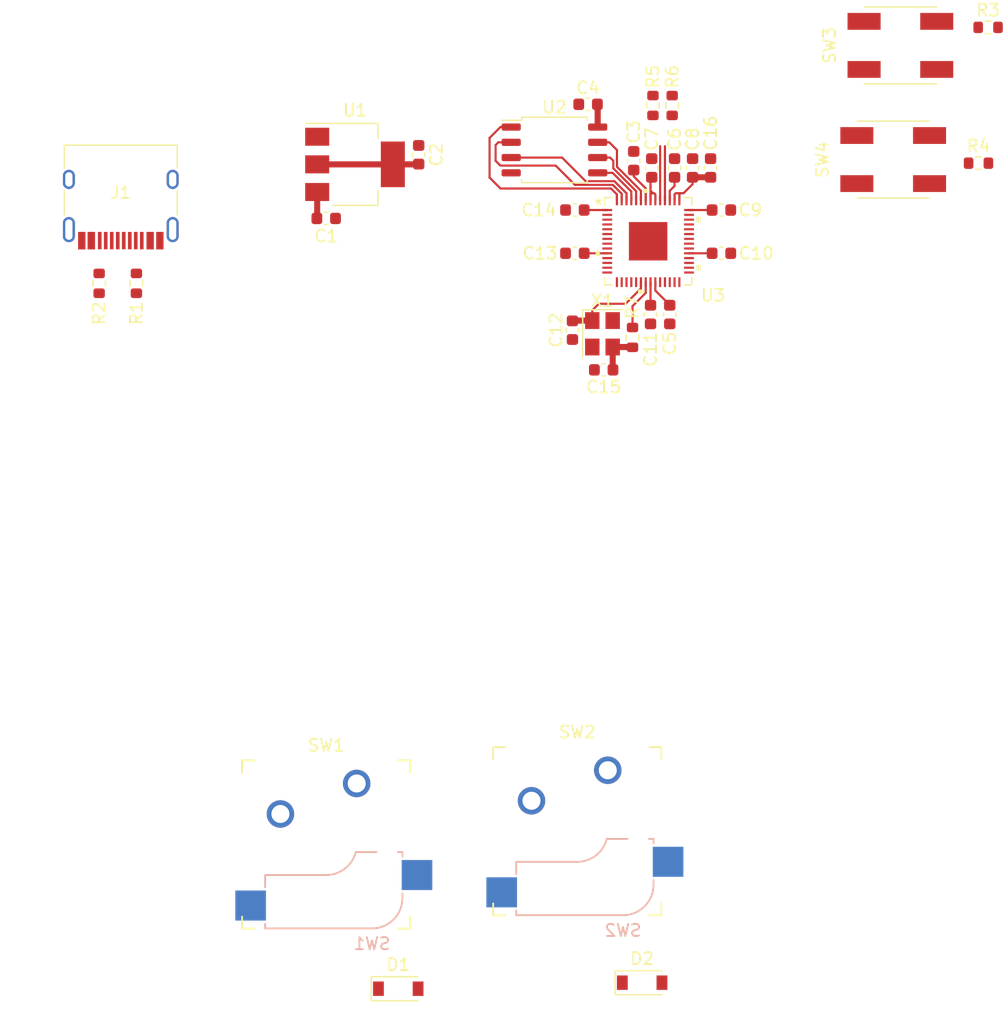
<source format=kicad_pcb>
(kicad_pcb (version 20211014) (generator pcbnew)
  (layers (0 "F.Cu" signal) (31 "B.Cu" signal) (34 "B.Paste" user) (35 "F.Paste" user) (36 "B.SilkS" user "B.Silkscreen") (37 "F.SilkS" user "F.Silkscreen") (38 "B.Mask" user) (39 "F.Mask" user) (44 "Edge.Cuts" user))
  (net 0 "")
  (net 1 "+5V")
  (net 2 "GND")
  (net 3 "+3V3")
  (net 4 "+1V1")
  (net 5 "/XIN")
  (net 6 "Net-(C15-Pad1)")
  (net 7 "/ROW1")
  (net 8 "Net-(D1-Pad2)")
  (net 9 "Net-(D2-Pad2)")
  (net 10 "Net-(J1-PadA5)")
  (net 11 "/USB_DP")
  (net 13 "Net-(J1-PadB5)")
  (net 16 "/QSPI_SS")
  (net 17 "Net-(R3-Pad2)")
  (net 18 "Net-(R4-Pad2)")
  (net 19 "Net-(R5-Pad1)")
  (net 20 "Net-(R6-Pad1)")
  (net 21 "/XOUT")
  (net 22 "/COL1")
  (net 23 "/COL2")
  (net 24 "/QSPI_SD1")
  (net 25 "/QSPI_SD2")
  (net 26 "/QSPI_SD0")
  (net 27 "/QSPI_SD3")
  (net 60 "/QSPI_SCLK")
  (net 61 "/USB_DN")
  (footprint "Capacitor_SMD:C_0603_1608Metric" (layer "F.Cu") (at 115.9 36.8)
    (fp_text reference "C10" (at 2.9 0) (layer "F.SilkS"))
    (fp_text value "100n")
    (fp_line (start -0.14058 -0.51) (end 0.14058 -0.51) (layer "F.SilkS") (width 0.12))
    (fp_line (start -0.14058 0.51) (end 0.14058 0.51) (layer "F.SilkS") (width 0.12))
    (pad "1" smd roundrect (at -0.775 0) (size 0.9 0.95) (layers "F.Cu" "F.Paste" "F.Mask") (net 3 "+3V3"))
    (pad "2" smd roundrect (at 0.775 0) (size 0.9 0.95) (layers "F.Cu" "F.Paste" "F.Mask") (net 2 "GND"))
  )
  (footprint "Capacitor_SMD:C_0603_1608Metric" (layer "F.Cu") (at 111.6 41.9 -90)
    (fp_text reference "C5" (at 2.4 0 90) (layer "F.SilkS"))
    (fp_text value "100n")
    (fp_line (start -0.14058 0.51) (end 0.14058 0.51) (layer "F.SilkS") (width 0.12))
    (fp_line (start -0.14058 -0.51) (end 0.14058 -0.51) (layer "F.SilkS") (width 0.12))
    (pad "1" smd roundrect (at -0.775 0 270) (size 0.9 0.95) (layers "F.Cu" "F.Paste" "F.Mask") (net 4 "+1V1"))
    (pad "2" smd roundrect (at 0.775 0 270) (size 0.9 0.95) (layers "F.Cu" "F.Paste" "F.Mask") (net 2 "GND"))
  )
  (footprint "Resistor_SMD:R_0603_1608Metric" (layer "F.Cu") (at 64.1 39.3 -90)
    (fp_text reference "R2" (at 2.5 0 90) (layer "F.SilkS"))
    (fp_text value "5k1")
    (fp_line (start -0.237258 0.5225) (end 0.237258 0.5225) (layer "F.SilkS") (width 0.12))
    (fp_line (start -0.237258 -0.5225) (end 0.237258 -0.5225) (layer "F.SilkS") (width 0.12))
    (pad "1" smd roundrect (at -0.825 0 270) (size 0.8 0.95) (layers "F.Cu" "F.Paste" "F.Mask") (net 13 "Net-(J1-PadB5)"))
    (pad "2" smd roundrect (at 0.825 0 270) (size 0.8 0.95) (layers "F.Cu" "F.Paste" "F.Mask") (net 2 "GND"))
  )
  (footprint "Capacitor_SMD:C_0603_1608Metric" (layer "F.Cu") (at 90.7 28.6 90)
    (fp_text reference "C2" (at 0 1.47 90) (layer "F.SilkS"))
    (fp_text value "10u")
    (fp_line (start -0.14058 0.51) (end 0.14058 0.51) (layer "F.SilkS") (width 0.12))
    (fp_line (start -0.14058 -0.51) (end 0.14058 -0.51) (layer "F.SilkS") (width 0.12))
    (pad "1" smd roundrect (at -0.775 0 90) (size 0.9 0.95) (layers "F.Cu" "F.Paste" "F.Mask") (net 3 "+3V3"))
    (pad "2" smd roundrect (at 0.775 0 90) (size 0.9 0.95) (layers "F.Cu" "F.Paste" "F.Mask") (net 2 "GND"))
  )
  (footprint "Resistor_SMD:R_0603_1608Metric" (layer "F.Cu") (at 111.8 24.5 90)
    (fp_text reference "R6" (at 2.4 0 90) (layer "F.SilkS"))
    (fp_text value "27")
    (fp_line (start -0.237258 0.5225) (end 0.237258 0.5225) (layer "F.SilkS") (width 0.12))
    (fp_line (start -0.237258 -0.5225) (end 0.237258 -0.5225) (layer "F.SilkS") (width 0.12))
    (pad "1" smd roundrect (at -0.825 0 90) (size 0.8 0.95) (layers "F.Cu" "F.Paste" "F.Mask") (net 20 "Net-(R6-Pad1)"))
    (pad "2" smd roundrect (at 0.825 0 90) (size 0.8 0.95) (layers "F.Cu" "F.Paste" "F.Mask") (net 61 "/USB_DN"))
  )
  (footprint "Capacitor_SMD:C_0603_1608Metric" (layer "F.Cu") (at 115 29.7 90)
    (fp_text reference "C16" (at 2.9 0 90) (layer "F.SilkS"))
    (fp_text value "100n")
    (fp_line (start -0.14058 -0.51) (end 0.14058 -0.51) (layer "F.SilkS") (width 0.12))
    (fp_line (start -0.14058 0.51) (end 0.14058 0.51) (layer "F.SilkS") (width 0.12))
    (pad "1" smd roundrect (at -0.775 0 90) (size 0.9 0.95) (layers "F.Cu" "F.Paste" "F.Mask") (net 3 "+3V3"))
    (pad "2" smd roundrect (at 0.775 0 90) (size 0.9 0.95) (layers "F.Cu" "F.Paste" "F.Mask") (net 2 "GND"))
  )
  (footprint "Package_SO:SOIC-8_5.23x5.23mm_P1.27mm" (layer "F.Cu") (at 102 28.2)
    (fp_text reference "U2" (at 0 -3.56) (layer "F.SilkS"))
    (fp_text value "W25Q128JVS")
    (fp_line (start -2.725 2.725) (end -2.725 2.465) (layer "F.SilkS") (width 0.12))
    (fp_line (start -2.725 -2.725) (end -2.725 -2.465) (layer "F.SilkS") (width 0.12))
    (fp_line (start 2.725 -2.725) (end 2.725 -2.465) (layer "F.SilkS") (width 0.12))
    (fp_line (start 0 2.725) (end 2.725 2.725) (layer "F.SilkS") (width 0.12))
    (fp_line (start 0 -2.725) (end -2.725 -2.725) (layer "F.SilkS") (width 0.12))
    (fp_line (start 0 -2.725) (end 2.725 -2.725) (layer "F.SilkS") (width 0.12))
    (fp_line (start 2.725 2.725) (end 2.725 2.465) (layer "F.SilkS") (width 0.12))
    (fp_line (start 0 2.725) (end -2.725 2.725) (layer "F.SilkS") (width 0.12))
    (fp_line (start -2.725 -2.465) (end -4.4 -2.465) (layer "F.SilkS") (width 0.12))
    (pad "1" smd roundrect (at -3.6 -1.905) (size 1.6 0.6) (layers "F.Cu" "F.Paste" "F.Mask") (net 16 "/QSPI_SS"))
    (pad "2" smd roundrect (at -3.6 -0.635) (size 1.6 0.6) (layers "F.Cu" "F.Paste" "F.Mask") (net 24 "/QSPI_SD1"))
    (pad "3" smd roundrect (at -3.6 0.635) (size 1.6 0.6) (layers "F.Cu" "F.Paste" "F.Mask") (net 25 "/QSPI_SD2"))
    (pad "4" smd roundrect (at -3.6 1.905) (size 1.6 0.6) (layers "F.Cu" "F.Paste" "F.Mask") (net 2 "GND"))
    (pad "5" smd roundrect (at 3.6 1.905) (size 1.6 0.6) (layers "F.Cu" "F.Paste" "F.Mask") (net 26 "/QSPI_SD0"))
    (pad "6" smd roundrect (at 3.6 0.635) (size 1.6 0.6) (layers "F.Cu" "F.Paste" "F.Mask") (net 60 "/QSPI_SCLK"))
    (pad "7" smd roundrect (at 3.6 -0.635) (size 1.6 0.6) (layers "F.Cu" "F.Paste" "F.Mask") (net 27 "/QSPI_SD3"))
    (pad "8" smd roundrect (at 3.6 -1.905) (size 1.6 0.6) (layers "F.Cu" "F.Paste" "F.Mask") (net 3 "+3V3"))
  )
  (footprint "Resistor_SMD:R_0603_1608Metric" (layer "F.Cu") (at 108.5 43.8 90)
    (fp_text reference "R7" (at 2.5 -0.03 90) (layer "F.SilkS"))
    (fp_text value "1k")
    (fp_line (start -0.237258 0.5225) (end 0.237258 0.5225) (layer "F.SilkS") (width 0.12))
    (fp_line (start -0.237258 -0.5225) (end 0.237258 -0.5225) (layer "F.SilkS") (width 0.12))
    (pad "1" smd roundrect (at -0.825 0 90) (size 0.8 0.95) (layers "F.Cu" "F.Paste" "F.Mask") (net 6 "Net-(C15-Pad1)"))
    (pad "2" smd roundrect (at 0.825 0 90) (size 0.8 0.95) (layers "F.Cu" "F.Paste" "F.Mask") (net 21 "/XOUT"))
  )
  (footprint "keyswitches:Kailh_socket_MX_optional" (layer "F.Cu") (at 83 86)
    (fp_text reference "SW1" (at 0 -8.255) (layer "F.SilkS"))
    (fp_text value "SW_SPST")
    (fp_text user "${REFERENCE}" (at 3.81 8.255) (layer "B.SilkS") (effects (justify mirror)))
    (fp_line (start 4.191 0.635) (end 2.54 0.635) (layer "B.SilkS") (width 0.15))
    (fp_line (start -5.08 6.985) (end 3.81 6.985) (layer "B.SilkS") (width 0.15))
    (fp_line (start 6.35 4.445) (end 6.35 4.064) (layer "B.SilkS") (width 0.15))
    (fp_line (start 0 2.54) (end -5.08 2.54) (layer "B.SilkS") (width 0.15))
    (fp_line (start -5.08 6.604) (end -5.08 6.985) (layer "B.SilkS") (width 0.15))
    (fp_line (start -5.08 2.54) (end -5.08 3.556) (layer "B.SilkS") (width 0.15))
    (fp_line (start 6.35 0.635) (end 5.969 0.635) (layer "B.SilkS") (width 0.15))
    (fp_line (start 6.35 1.016) (end 6.35 0.635) (layer "B.SilkS") (width 0.15))
    (fp_arc (start 2.464162 0.61604) (mid 1.563147 2.002042) (end 0 2.54) (layer "B.SilkS") (width 0.15))
    (fp_arc (start 6.35 4.445) (mid 5.606051 6.241051) (end 3.81 6.985) (layer "B.SilkS") (width 0.15))
    (fp_line (start -7 7) (end -7 6) (layer "F.SilkS") (width 0.15))
    (fp_line (start -7 7) (end -6 7) (layer "F.SilkS") (width 0.15))
    (fp_line (start 6 7) (end 7 7) (layer "F.SilkS") (width 0.15))
    (fp_line (start -6 -7) (end -7 -7) (layer "F.SilkS") (width 0.15))
    (fp_line (start 7 -7) (end 6 -7) (layer "F.SilkS") (width 0.15))
    (fp_line (start 7 -7) (end 7 -6) (layer "F.SilkS") (width 0.15))
    (fp_line (start -7 -6) (end -7 -7) (layer "F.SilkS") (width 0.15))
    (fp_line (start 7 6) (end 7 7) (layer "F.SilkS") (width 0.15))
    (pad "" np_thru_hole circle locked (at 0 0) (size 3.9878 3.9878) (drill 3.9878) (layers *.Cu *.Mask))
    (pad "" np_thru_hole circle locked (at 3.81 2.54) (size 3 3) (drill 3) (layers *.Cu *.Mask))
    (pad "" np_thru_hole circle locked (at 5.08 0) (size 1.7018 1.7018) (drill 1.7018) (layers *.Cu *.Mask))
    (pad "" np_thru_hole circle locked (at -2.54 5.08) (size 3 3) (drill 3) (layers *.Cu *.Mask))
    (pad "" np_thru_hole circle locked (at -5.08 0) (size 1.7018 1.7018) (drill 1.7018) (layers *.Cu *.Mask))
    (pad "1" thru_hole circle locked (at 2.54 -5.08) (size 2.286 2.286) (drill 1.4986) (layers *.Cu *.Mask) (net 22 "/COL1"))
    (pad "1" smd rect locked (at -6.29 5.08) (size 2.55 2.5) (layers "B.Cu" "B.Paste" "B.Mask") (net 22 "/COL1"))
    (pad "2" thru_hole circle locked (at -3.81 -2.54) (size 2.286 2.286) (drill 1.4986) (layers *.Cu *.Mask) (net 8 "Net-(D1-Pad2)"))
    (pad "2" smd rect locked (at 7.56 2.54) (size 2.55 2.5) (layers "B.Cu" "B.Paste" "B.Mask") (net 8 "Net-(D1-Pad2)"))
  )
  (footprint "Capacitor_SMD:C_0603_1608Metric" (layer "F.Cu") (at 110.1 29.7 90)
    (fp_text reference "C7" (at 2.4 0 90) (layer "F.SilkS"))
    (fp_text value "100n")
    (fp_line (start -0.14058 0.51) (end 0.14058 0.51) (layer "F.SilkS") (width 0.12))
    (fp_line (start -0.14058 -0.51) (end 0.14058 -0.51) (layer "F.SilkS") (width 0.12))
    (pad "1" smd roundrect (at -0.775 0 90) (size 0.9 0.95) (layers "F.Cu" "F.Paste" "F.Mask") (net 3 "+3V3"))
    (pad "2" smd roundrect (at 0.775 0 90) (size 0.9 0.95) (layers "F.Cu" "F.Paste" "F.Mask") (net 2 "GND"))
  )
  (footprint "TwoKey:DTSL-61N-V" (layer "F.Cu") (at 130.8 19.5)
    (fp_text reference "SW3" (at -5.9 0 90) (layer "F.SilkS"))
    (fp_text value "BOOTSEL")
    (fp_line (start -3 -3.2) (end 3 -3.2) (layer "F.SilkS") (width 0.12))
    (fp_line (start 3 3.2) (end -3 3.2) (layer "F.SilkS") (width 0.12))
    (pad "1" smd rect (at -3.025 -2) (size 2.75 1.4) (layers "F.Cu" "F.Paste" "F.Mask") (net 17 "Net-(R3-Pad2)"))
    (pad "2" smd rect (at 3.025 -2) (size 2.75 1.4) (layers "F.Cu" "F.Paste" "F.Mask") (net 17 "Net-(R3-Pad2)"))
    (pad "3" smd rect (at -3.025 2) (size 2.75 1.4) (layers "F.Cu" "F.Paste" "F.Mask") (net 2 "GND"))
    (pad "4" smd rect (at 3.025 2) (size 2.75 1.4) (layers "F.Cu" "F.Paste" "F.Mask") (net 2 "GND"))
  )
  (footprint "Resistor_SMD:R_0603_1608Metric" (layer "F.Cu") (at 67.2 39.3 -90)
    (fp_text reference "R1" (at 2.5 0 90) (layer "F.SilkS"))
    (fp_text value "5k1")
    (fp_line (start -0.237258 0.5225) (end 0.237258 0.5225) (layer "F.SilkS") (width 0.12))
    (fp_line (start -0.237258 -0.5225) (end 0.237258 -0.5225) (layer "F.SilkS") (width 0.12))
    (pad "1" smd roundrect (at -0.825 0 270) (size 0.8 0.95) (layers "F.Cu" "F.Paste" "F.Mask") (net 10 "Net-(J1-PadA5)"))
    (pad "2" smd roundrect (at 0.825 0 270) (size 0.8 0.95) (layers "F.Cu" "F.Paste" "F.Mask") (net 2 "GND"))
  )
  (footprint "TwoKey:DTSL-61N-V" (layer "F.Cu") (at 130.2 29)
    (fp_text reference "SW4" (at -5.9 0 90) (layer "F.SilkS"))
    (fp_text value "RESET")
    (fp_line (start 3 3.2) (end -3 3.2) (layer "F.SilkS") (width 0.12))
    (fp_line (start -3 -3.2) (end 3 -3.2) (layer "F.SilkS") (width 0.12))
    (pad "1" smd rect (at -3.025 -2) (size 2.75 1.4) (layers "F.Cu" "F.Paste" "F.Mask") (net 18 "Net-(R4-Pad2)"))
    (pad "2" smd rect (at 3.025 -2) (size 2.75 1.4) (layers "F.Cu" "F.Paste" "F.Mask") (net 18 "Net-(R4-Pad2)"))
    (pad "3" smd rect (at -3.025 2) (size 2.75 1.4) (layers "F.Cu" "F.Paste" "F.Mask") (net 2 "GND"))
    (pad "4" smd rect (at 3.025 2) (size 2.75 1.4) (layers "F.Cu" "F.Paste" "F.Mask") (net 2 "GND"))
  )
  (footprint "TwoKey:RP2040TR7" (layer "F.Cu") (at 109.8 35.8)
    (fp_text reference "U3" (at 5.4 4.5) (layer "F.SilkS"))
    (fp_text value "RP2040TR7")
    (fp_text user "*" (at -4.145 -3.00035) (layer "F.SilkS"))
    (fp_line (start -3.6322 3.021965) (end -3.6322 3.6322) (layer "F.SilkS") (width 0.12))
    (fp_line (start 3.6322 3.6322) (end 3.6322 3.021965) (layer "F.SilkS") (width 0.12))
    (fp_line (start -3.6322 -3.6322) (end -3.6322 -3.021965) (layer "F.SilkS") (width 0.12))
    (fp_line (start 3.6322 -3.6322) (end 3.021965 -3.6322) (layer "F.SilkS") (width 0.12))
    (fp_line (start -3.021965 -3.6322) (end -3.6322 -3.6322) (layer "F.SilkS") (width 0.12))
    (fp_line (start -3.6322 3.6322) (end -3.021965 3.6322) (layer "F.SilkS") (width 0.12))
    (fp_line (start 3.6322 -3.021965) (end 3.6322 -3.6322) (layer "F.SilkS") (width 0.12))
    (fp_line (start 3.021965 3.6322) (end 3.6322 3.6322) (layer "F.SilkS") (width 0.12))
    (fp_poly (pts (xy 4.318 -1.990725) (xy 4.318 -1.609725) (xy 4.064 -1.609725) (xy 4.064 -1.990725)) (layer "F.SilkS") (width 0.1) (fill solid))
    (fp_poly (pts (xy -0.790575 4.064) (xy -0.790575 4.318) (xy -0.409575 4.318) (xy -0.409575 4.064)) (layer "F.SilkS") (width 0.1) (fill solid))
    (fp_poly (pts (xy -0.390525 -4.064) (xy -0.390525 -4.318) (xy -0.009525 -4.318) (xy -0.009525 -4.064)) (layer "F.SilkS") (width 0.1) (fill solid))
    (fp_poly (pts (xy 4.318 2.009775) (xy 4.318 2.390775) (xy 4.064 2.390775) (xy 4.064 2.009775)) (layer "F.SilkS") (width 0.1) (fill solid))
    (fp_poly (pts (xy -4.318 0.809625) (xy -4.318 1.190625) (xy -4.064 1.190625) (xy -4.064 0.809625)) (layer "F.SilkS") (width 0.1) (fill solid))
    (pad "1" smd rect (at -3.4036 -2.600325 90) (size 0.1778 0.8128) (layers "F.Cu" "F.Paste" "F.Mask") (net 3 "+3V3"))
    (pad "2" smd rect (at -3.4036 -2.200275 90) (size 0.1778 0.8128) (layers "F.Cu" "F.Paste" "F.Mask"))
    (pad "3" smd rect (at -3.4036 -1.800225 90) (size 0.1778 0.8128) (layers "F.Cu" "F.Paste" "F.Mask"))
    (pad "4" smd rect (at -3.4036 -1.400175 90) (size 0.1778 0.8128) (layers "F.Cu" "F.Paste" "F.Mask"))
    (pad "5" smd rect (at -3.4036 -1.000125 90) (size 0.1778 0.8128) (layers "F.Cu" "F.Paste" "F.Mask"))
    (pad "6" smd rect (at -3.4036 -0.600075 90) (size 0.1778 0.8128) (layers "F.Cu" "F.Paste" "F.Mask"))
    (pad "7" smd rect (at -3.4036 -0.200025 90) (size 0.1778 0.8128) (layers "F.Cu" "F.Paste" "F.Mask"))
    (pad "8" smd rect (at -3.4036 0.200025 90) (size 0.1778 0.8128) (layers "F.Cu" "F.Paste" "F.Mask"))
    (pad "9" smd rect (at -3.4036 0.600075 90) (size 0.1778 0.8128) (layers "F.Cu" "F.Paste" "F.Mask"))
    (pad "10" smd rect (at -3.4036 1.000125 90) (size 0.1778 0.8128) (layers "F.Cu" "F.Paste" "F.Mask") (net 3 "+3V3"))
    (pad "11" smd rect (at -3.4036 1.400175 90) (size 0.1778 0.8128) (layers "F.Cu" "F.Paste" "F.Mask"))
    (pad "12" smd rect (at -3.4036 1.800225 90) (size 0.1778 0.8128) (layers "F.Cu" "F.Paste" "F.Mask"))
    (pad "13" smd rect (at -3.4036 2.200275 90) (size 0.1778 0.8128) (layers "F.Cu" "F.Paste" "F.Mask"))
    (pad "14" smd rect (at -3.4036 2.600325 90) (size 0.1778 0.8128) (layers "F.Cu" "F.Paste" "F.Mask"))
    (pad "15" smd rect (at -2.600325 3.4036) (size 0.1778 0.8128) (layers "F.Cu" "F.Paste" "F.Mask"))
    (pad "16" smd rect (at -2.200275 3.4036) (size 0.1778 0.8128) (layers "F.Cu" "F.Paste" "F.Mask"))
    (pad "17" smd rect (at -1.800225 3.4036) (size 0.1778 0.8128) (layers "F.Cu" "F.Paste" "F.Mask"))
    (pad "18" smd rect (at -1.400175 3.4036) (size 0.1778 0.8128) (layers "F.Cu" "F.Paste" "F.Mask"))
    (pad "19" smd rect (at -1.000125 3.4036) (size 0.1778 0.8128) (layers "F.Cu" "F.Paste" "F.Mask") (net 2 "GND"))
    (pad "20" smd rect (at -0.600075 3.4036) (size 0.1778 0.8128) (layers "F.Cu" "F.Paste" "F.Mask") (net 5 "/XIN"))
    (pad "21" smd rect (at -0.200025 3.4036) (size 0.1778 0.8128) (layers "F.Cu" "F.Paste" "F.Mask") (net 21 "/XOUT"))
    (pad "22" smd rect (at 0.200025 3.4036) (size 0.1778 0.8128) (layers "F.Cu" "F.Paste" "F.Mask") (net 3 "+3V3"))
    (pad "23" smd rect (at 0.600075 3.4036) (size 0.1778 0.8128) (layers "F.Cu" "F.Paste" "F.Mask") (net 4 "+1V1"))
    (pad "24" smd rect (at 1.000125 3.4036) (size 0.1778 0.8128) (layers "F.Cu" "F.Paste" "F.Mask"))
    (pad "25" smd rect (at 1.400175 3.4036) (size 0.1778 0.8128) (layers "F.Cu" "F.Paste" "F.Mask"))
    (pad "26" smd rect (at 1.800225 3.4036) (size 0.1778 0.8128) (layers "F.Cu" "F.Paste" "F.Mask") (net 18 "Net-(R4-Pad2)"))
    (pad "27" smd rect (at 2.200275 3.4036) (size 0.1778 0.8128) (layers "F.Cu" "F.Paste" "F.Mask"))
    (pad "28" smd rect (at 2.600325 3.4036) (size 0.1778 0.8128) (layers "F.Cu" "F.Paste" "F.Mask"))
    (pad "29" smd rect (at 3.4036 2.600325 90) (size 0.1778 0.8128) (layers "F.Cu" "F.Paste" "F.Mask"))
    (pad "30" smd rect (at 3.4036 2.200275 90) (size 0.1778 0.8128) (layers "F.Cu" "F.Paste" "F.Mask"))
    (pad "31" smd rect (at 3.4036 1.800225 90) (size 0.1778 0.8128) (layers "F.Cu" "F.Paste" "F.Mask"))
    (pad "32" smd rect (at 3.4036 1.400175 90) (size 0.1778 0.8128) (layers "F.Cu" "F.Paste" "F.Mask"))
    (pad "33" smd rect (at 3.4036 1.000125 90) (size 0.1778 0.8128) (layers "F.Cu" "F.Paste" "F.Mask") (net 3 "+3V3"))
    (pad "34" smd rect (at 3.4036 0.600075 90) (size 0.1778 0.8128) (layers "F.Cu" "F.Paste" "F.Mask"))
    (pad "35" smd rect (at 3.4036 0.200025 90) (size 0.1778 0.8128) (layers "F.Cu" "F.Paste" "F.Mask"))
    (pad "36" smd rect (at 3.4036 -0.200025 90) (size 0.1778 0.8128) (layers "F.Cu" "F.Paste" "F.Mask"))
    (pad "37" smd rect (at 3.4036 -0.600075 90) (size 0.1778 0.8128) (layers "F.Cu" "F.Paste" "F.Mask"))
    (pad "38" smd rect (at 3.4036 -1.000125 90) (size 0.1778 0.8128) (layers "F.Cu" "F.Paste" "F.Mask"))
    (pad "39" smd rect (at 3.4036 -1.400175 90) (size 0.1778 0.8128) (layers "F.Cu" "F.Paste" "F.Mask"))
    (pad "40" smd rect (at 3.4036 -1.800225 90) (size 0.1778 0.8128) (layers "F.Cu" "F.Paste" "F.Mask"))
    (pad "41" smd rect (at 3.4036 -2.200275 90) (size 0.1778 0.8128) (layers "F.Cu" "F.Paste" "F.Mask"))
    (pad "42" smd rect (at 3.4036 -2.600325 90) (size 0.1778 0.8128) (layers "F.Cu" "F.Paste" "F.Mask") (net 3 "+3V3"))
    (pad "43" smd rect (at 2.600325 -3.4036) (size 0.1778 0.8128) (layers "F.Cu" "F.Paste" "F.Mask") (net 3 "+3V3"))
    (pad "44" smd rect (at 2.200275 -3.4036) (size 0.1778 0.8128) (layers "F.Cu" "F.Paste" "F.Mask") (net 3 "+3V3"))
    (pad "45" smd rect (at 1.800225 -3.4036) (size 0.1778 0.8128) (layers "F.Cu" "F.Paste" "F.Mask") (net 4 "+1V1"))
    (pad "46" smd rect (at 1.400175 -3.4036) (size 0.1778 0.8128) (layers "F.Cu" "F.Paste" "F.Mask") (net 20 "Net-(R6-Pad1)"))
    (pad "47" smd rect (at 1.000125 -3.4036) (size 0.1778 0.8128) (layers "F.Cu" "F.Paste" "F.Mask") (net 19 "Net-(R5-Pad1)"))
    (pad "48" smd rect (at 0.600075 -3.4036) (size 0.1778 0.8128) (layers "F.Cu" "F.Paste" "F.Mask") (net 3 "+3V3"))
    (pad "49" smd rect (at 0.200025 -3.4036) (size 0.1778 0.8128) (layers "F.Cu" "F.Paste" "F.Mask") (net 3 "+3V3"))
    (pad "50" smd rect (at -0.200025 -3.4036) (size 0.1778 0.8128) (layers "F.Cu" "F.Paste" "F.Mask") (net 4 "+1V1"))
    (pad "51" smd rect (at -0.600075 -3.4036) (size 0.1778 0.8128) (layers "F.Cu" "F.Paste" "F.Mask") (net 27 "/QSPI_SD3"))
    (pad "52" smd rect (at -1.000125 -3.4036) (size 0.1778 0.8128) (layers "F.Cu" "F.Paste" "F.Mask") (net 60 "/QSPI_SCLK"))
    (pad "53" smd rect (at -1.400175 -3.4036) (size 0.1778 0.8128) (layers "F.Cu" "F.Paste" "F.Mask") (net 26 "/QSPI_SD0"))
    (pad "54" smd rect (at -1.800225 -3.4036) (size 0.1778 0.8128) (layers "F.Cu" "F.Paste" "F.Mask") (net 25 "/QSPI_SD2"))
    (pad "55" smd rect (at -2.200275 -3.4036) (size 0.1778 0.8128) (layers "F.Cu" "F.Paste" "F.Mask") (net 24 "/QSPI_SD1"))
    (pad "56" smd rect (at -2.600325 -3.4036) (size 0.1778 0.8128) (layers "F.Cu" "F.Paste" "F.Mask") (net 16 "/QSPI_SS"))
    (pad "57" smd rect (at 0 0) (size 3.2004 3.2004) (layers "F.Cu" "F.Mask") (net 2 "GND"))
  )
  (footprint "Capacitor_SMD:C_0603_1608Metric" (layer "F.Cu") (at 103.7 36.8 180)
    (fp_text reference "C13" (at 2.9 0) (layer "F.SilkS"))
    (fp_text value "100n")
    (fp_line (start -0.14058 -0.51) (end 0.14058 -0.51) (layer "F.SilkS") (width 0.12))
    (fp_line (start -0.14058 0.51) (end 0.14058 0.51) (layer "F.SilkS") (width 0.12))
    (pad "1" smd roundrect (at -0.775 0 180) (size 0.9 0.95) (layers "F.Cu" "F.Paste" "F.Mask") (net 3 "+3V3"))
    (pad "2" smd roundrect (at 0.775 0 180) (size 0.9 0.95) (layers "F.Cu" "F.Paste" "F.Mask") (net 2 "GND"))
  )
  (footprint "Capacitor_SMD:C_0603_1608Metric" (layer "F.Cu") (at 115.9 33.2)
    (fp_text reference "C9" (at 2.4 0) (layer "F.SilkS"))
    (fp_text value "100n")
    (fp_line (start -0.14058 -0.51) (end 0.14058 -0.51) (layer "F.SilkS") (width 0.12))
    (fp_line (start -0.14058 0.51) (end 0.14058 0.51) (layer "F.SilkS") (width 0.12))
    (pad "1" smd roundrect (at -0.775 0) (size 0.9 0.95) (layers "F.Cu" "F.Paste" "F.Mask") (net 3 "+3V3"))
    (pad "2" smd roundrect (at 0.775 0) (size 0.9 0.95) (layers "F.Cu" "F.Paste" "F.Mask") (net 2 "GND"))
  )
  (footprint "Package_TO_SOT_SMD:SOT-223-3_TabPin2" (layer "F.Cu") (at 85.4 29.4)
    (fp_text reference "U1" (at 0 -4.5) (layer "F.SilkS"))
    (fp_text value "AMS1117-3.3")
    (fp_line (start 1.91 3.41) (end 1.91 2.15) (layer "F.SilkS") (width 0.12))
    (fp_line (start 1.91 -3.41) (end 1.91 -2.15) (layer "F.SilkS") (width 0.12))
    (fp_line (start -1.85 3.41) (end 1.91 3.41) (layer "F.SilkS") (width 0.12))
    (fp_line (start -4.1 -3.41) (end 1.91 -3.41) (layer "F.SilkS") (width 0.12))
    (pad "1" smd rect (at -3.15 -2.3) (size 2 1.5) (layers "F.Cu" "F.Paste" "F.Mask") (net 2 "GND"))
    (pad "2" smd rect (at -3.15 0) (size 2 1.5) (layers "F.Cu" "F.Paste" "F.Mask") (net 3 "+3V3"))
    (pad "2" smd rect (at 3.15 0) (size 2 3.8) (layers "F.Cu" "F.Paste" "F.Mask") (net 3 "+3V3"))
    (pad "3" smd rect (at -3.15 2.3) (size 2 1.5) (layers "F.Cu" "F.Paste" "F.Mask") (net 1 "+5V"))
  )
  (footprint "Diode_SMD:D_SOD-123" (layer "F.Cu") (at 89 98)
    (fp_text reference "D1" (at 0 -2) (layer "F.SilkS"))
    (fp_text value "D_Small")
    (fp_line (start -2.25 1) (end 1.65 1) (layer "F.SilkS") (width 0.12))
    (fp_line (start -2.25 -1) (end 1.65 -1) (layer "F.SilkS") (width 0.12))
    (fp_line (start -2.25 -1) (end -2.25 1) (layer "F.SilkS") (width 0.12))
    (pad "1" smd rect (at -1.65 0) (size 0.9 1.2) (layers "F.Cu" "F.Paste" "F.Mask") (net 7 "/ROW1"))
    (pad "2" smd rect (at 1.65 0) (size 0.9 1.2) (layers "F.Cu" "F.Paste" "F.Mask") (net 8 "Net-(D1-Pad2)"))
  )
  (footprint "Capacitor_SMD:C_0603_1608Metric" (layer "F.Cu") (at 103.7 33.2 180)
    (fp_text reference "C14" (at 3 0) (layer "F.SilkS"))
    (fp_text value "100n")
    (fp_line (start -0.14058 0.51) (end 0.14058 0.51) (layer "F.SilkS") (width 0.12))
    (fp_line (start -0.14058 -0.51) (end 0.14058 -0.51) (layer "F.SilkS") (width 0.12))
    (pad "1" smd roundrect (at -0.775 0 180) (size 0.9 0.95) (layers "F.Cu" "F.Paste" "F.Mask") (net 3 "+3V3"))
    (pad "2" smd roundrect (at 0.775 0 180) (size 0.9 0.95) (layers "F.Cu" "F.Paste" "F.Mask") (net 2 "GND"))
  )
  (footprint "Resistor_SMD:R_0603_1608Metric" (layer "F.Cu") (at 137.3 29.3)
    (fp_text reference "R4" (at 0 -1.43) (layer "F.SilkS"))
    (fp_text value "10k")
    (fp_line (start -0.237258 0.5225) (end 0.237258 0.5225) (layer "F.SilkS") (width 0.12))
    (fp_line (start -0.237258 -0.5225) (end 0.237258 -0.5225) (layer "F.SilkS") (width 0.12))
    (pad "1" smd roundrect (at -0.825 0) (size 0.8 0.95) (layers "F.Cu" "F.Paste" "F.Mask") (net 3 "+3V3"))
    (pad "2" smd roundrect (at 0.825 0) (size 0.8 0.95) (layers "F.Cu" "F.Paste" "F.Mask") (net 18 "Net-(R4-Pad2)"))
  )
  (footprint "Capacitor_SMD:C_0603_1608Metric" (layer "F.Cu") (at 110 41.9 -90)
    (fp_text reference "C11" (at 2.9 0 90) (layer "F.SilkS"))
    (fp_text value "100n")
    (fp_line (start -0.14058 -0.51) (end 0.14058 -0.51) (layer "F.SilkS") (width 0.12))
    (fp_line (start -0.14058 0.51) (end 0.14058 0.51) (layer "F.SilkS") (width 0.12))
    (pad "1" smd roundrect (at -0.775 0 270) (size 0.9 0.95) (layers "F.Cu" "F.Paste" "F.Mask") (net 3 "+3V3"))
    (pad "2" smd roundrect (at 0.775 0 270) (size 0.9 0.95) (layers "F.Cu" "F.Paste" "F.Mask") (net 2 "GND"))
  )
  (footprint "Diode_SMD:D_SOD-123" (layer "F.Cu") (at 109.3 97.5)
    (fp_text reference "D2" (at 0 -2) (layer "F.SilkS"))
    (fp_text value "D_Small")
    (fp_line (start -2.25 -1) (end -2.25 1) (layer "F.SilkS") (width 0.12))
    (fp_line (start -2.25 -1) (end 1.65 -1) (layer "F.SilkS") (width 0.12))
    (fp_line (start -2.25 1) (end 1.65 1) (layer "F.SilkS") (width 0.12))
    (pad "1" smd rect (at -1.65 0) (size 0.9 1.2) (layers "F.Cu" "F.Paste" "F.Mask") (net 7 "/ROW1"))
    (pad "2" smd rect (at 1.65 0) (size 0.9 1.2) (layers "F.Cu" "F.Paste" "F.Mask") (net 9 "Net-(D2-Pad2)"))
  )
  (footprint "Capacitor_SMD:C_0603_1608Metric" (layer "F.Cu") (at 103.5 43.2 -90)
    (fp_text reference "C12" (at 0 1.37 90) (layer "F.SilkS"))
    (fp_text value "30p")
    (fp_line (start -0.14058 0.51) (end 0.14058 0.51) (layer "F.SilkS") (width 0.12))
    (fp_line (start -0.14058 -0.51) (end 0.14058 -0.51) (layer "F.SilkS") (width 0.12))
    (pad "1" smd roundrect (at -0.775 0 270) (size 0.9 0.95) (layers "F.Cu" "F.Paste" "F.Mask") (net 5 "/XIN"))
    (pad "2" smd roundrect (at 0.775 0 270) (size 0.9 0.95) (layers "F.Cu" "F.Paste" "F.Mask") (net 2 "GND"))
  )
  (footprint "Capacitor_SMD:C_0603_1608Metric" (layer "F.Cu") (at 112 29.7 90)
    (fp_text reference "C6" (at 2.4 0 90) (layer "F.SilkS"))
    (fp_text value "1u")
    (fp_line (start -0.14058 -0.51) (end 0.14058 -0.51) (layer "F.SilkS") (width 0.12))
    (fp_line (start -0.14058 0.51) (end 0.14058 0.51) (layer "F.SilkS") (width 0.12))
    (pad "1" smd roundrect (at -0.775 0 90) (size 0.9 0.95) (layers "F.Cu" "F.Paste" "F.Mask") (net 4 "+1V1"))
    (pad "2" smd roundrect (at 0.775 0 90) (size 0.9 0.95) (layers "F.Cu" "F.Paste" "F.Mask") (net 2 "GND"))
  )
  (footprint "Capacitor_SMD:C_0603_1608Metric" (layer "F.Cu") (at 106.1 46.5 180)
    (fp_text reference "C15" (at 0 -1.43) (layer "F.SilkS"))
    (fp_text value "30p")
    (fp_line (start -0.14058 -0.51) (end 0.14058 -0.51) (layer "F.SilkS") (width 0.12))
    (fp_line (start -0.14058 0.51) (end 0.14058 0.51) (layer "F.SilkS") (width 0.12))
    (pad "1" smd roundrect (at -0.775 0 180) (size 0.9 0.95) (layers "F.Cu" "F.Paste" "F.Mask") (net 6 "Net-(C15-Pad1)"))
    (pad "2" smd roundrect (at 0.775 0 180) (size 0.9 0.95) (layers "F.Cu" "F.Paste" "F.Mask") (net 2 "GND"))
  )
  (footprint "Capacitor_SMD:C_0603_1608Metric" (layer "F.Cu") (at 83 33.9)
    (fp_text reference "C1" (at 0 1.47) (layer "F.SilkS"))
    (fp_text value "10u")
    (fp_line (start -0.14058 0.51) (end 0.14058 0.51) (layer "F.SilkS") (width 0.12))
    (fp_line (start -0.14058 -0.51) (end 0.14058 -0.51) (layer "F.SilkS") (width 0.12))
    (pad "1" smd roundrect (at -0.775 0) (size 0.9 0.95) (layers "F.Cu" "F.Paste" "F.Mask") (net 1 "+5V"))
    (pad "2" smd roundrect (at 0.775 0) (size 0.9 0.95) (layers "F.Cu" "F.Paste" "F.Mask") (net 2 "GND"))
  )
  (footprint "Capacitor_SMD:C_0603_1608Metric" (layer "F.Cu") (at 113.5 29.7 90)
    (fp_text reference "C8" (at 2.4 0 90) (layer "F.SilkS"))
    (fp_text value "1u")
    (fp_line (start -0.14058 -0.51) (end 0.14058 -0.51) (layer "F.SilkS") (width 0.12))
    (fp_line (start -0.14058 0.51) (end 0.14058 0.51) (layer "F.SilkS") (width 0.12))
    (pad "1" smd roundrect (at -0.775 0 90) (size 0.9 0.95) (layers "F.Cu" "F.Paste" "F.Mask") (net 3 "+3V3"))
    (pad "2" smd roundrect (at 0.775 0 90) (size 0.9 0.95) (layers "F.Cu" "F.Paste" "F.Mask") (net 2 "GND"))
  )
  (footprint "Resistor_SMD:R_0603_1608Metric" (layer "F.Cu") (at 138.1 18)
    (fp_text reference "R3" (at 0 -1.43) (layer "F.SilkS"))
    (fp_text value "1k")
    (fp_line (start -0.237258 -0.5225) (end 0.237258 -0.5225) (layer "F.SilkS") (width 0.12))
    (fp_line (start -0.237258 0.5225) (end 0.237258 0.5225) (layer "F.SilkS") (width 0.12))
    (pad "1" smd roundrect (at -0.825 0) (size 0.8 0.95) (layers "F.Cu" "F.Paste" "F.Mask") (net 16 "/QSPI_SS"))
    (pad "2" smd roundrect (at 0.825 0) (size 0.8 0.95) (layers "F.Cu" "F.Paste" "F.Mask") (net 17 "Net-(R3-Pad2)"))
  )
  (footprint "Connector_USB:USB_C_Receptacle_HRO_TYPE-C-31-M-12" (layer "F.Cu") (at 65.9 31.7 180)
    (fp_text reference "J1" (at 0 -0.045) (layer "F.SilkS"))
    (fp_text value "USB_C_Receptacle_USB2.0")
    (fp_line (start 4.7 2) (end 4.7 3.9) (layer "F.SilkS") (width 0.12))
    (fp_line (start 4.7 -1.9) (end 4.7 0.1) (layer "F.SilkS") (width 0.12))
    (fp_line (start -4.7 3.9) (end 4.7 3.9) (layer "F.SilkS") (width 0.12))
    (fp_line (start -4.7 -1.9) (end -4.7 0.1) (layer "F.SilkS") (width 0.12))
    (fp_line (start -4.7 2) (end -4.7 3.9) (layer "F.SilkS") (width 0.12))
    (pad "" np_thru_hole circle (at -2.89 -2.6 180) (size 0.65 0.65) (drill 0.65) (layers *.Cu *.Mask))
    (pad "" np_thru_hole circle (at 2.89 -2.6 180) (size 0.65 0.65) (drill 0.65) (layers *.Cu *.Mask))
    (pad "A1" smd rect (at -3.25 -4.045 180) (size 0.6 1.45) (layers "F.Cu" "F.Paste" "F.Mask") (net 2 "GND"))
    (pad "A4" smd rect (at -2.45 -4.045 180) (size 0.6 1.45) (layers "F.Cu" "F.Paste" "F.Mask") (net 1 "+5V"))
    (pad "A5" smd rect (at -1.25 -4.045 180) (size 0.3 1.45) (layers "F.Cu" "F.Paste" "F.Mask") (net 10 "Net-(J1-PadA5)"))
    (pad "A6" smd rect (at -0.25 -4.045 180) (size 0.3 1.45) (layers "F.Cu" "F.Paste" "F.Mask") (net 11 "/USB_DP"))
    (pad "A7" smd rect (at 0.25 -4.045 180) (size 0.3 1.45) (layers "F.Cu" "F.Paste" "F.Mask") (net 61 "/USB_DN"))
    (pad "A8" smd rect (at 1.25 -4.045 180) (size 0.3 1.45) (layers "F.Cu" "F.Paste" "F.Mask"))
    (pad "A9" smd rect (at 2.45 -4.045 180) (size 0.6 1.45) (layers "F.Cu" "F.Paste" "F.Mask") (net 1 "+5V"))
    (pad "A12" smd rect (at 3.25 -4.045 180) (size 0.6 1.45) (layers "F.Cu" "F.Paste" "F.Mask") (net 2 "GND"))
    (pad "B1" smd rect (at 3.25 -4.045 180) (size 0.6 1.45) (layers "F.Cu" "F.Paste" "F.Mask") (net 2 "GND"))
    (pad "B4" smd rect (at 2.45 -4.045 180) (size 0.6 1.45) (layers "F.Cu" "F.Paste" "F.Mask") (net 1 "+5V"))
    (pad "B5" smd rect (at 1.75 -4.045 180) (size 0.3 1.45) (layers "F.Cu" "F.Paste" "F.Mask") (net 13 "Net-(J1-PadB5)"))
    (pad "B6" smd rect (at 0.75 -4.045 180) (size 0.3 1.45) (layers "F.Cu" "F.Paste" "F.Mask") (net 11 "/USB_DP"))
    (pad "B7" smd rect (at -0.75 -4.045 180) (size 0.3 1.45) (layers "F.Cu" "F.Paste" "F.Mask") (net 61 "/USB_DN"))
    (pad "B8" smd rect (at -1.75 -4.045 180) (size 0.3 1.45) (layers "F.Cu" "F.Paste" "F.Mask"))
    (pad "B9" smd rect (at -2.45 -4.045 180) (size 0.6 1.45) (layers "F.Cu" "F.Paste" "F.Mask") (net 1 "+5V"))
    (pad "B12" smd rect (at -3.25 -4.045 180) (size 0.6 1.45) (layers "F.Cu" "F.Paste" "F.Mask") (net 2 "GND"))
    (pad "S1" thru_hole oval (at 4.32 1.05 180) (size 1 1.6) (drill oval 0.6 1.2) (layers *.Cu *.Mask))
    (pad "S1" thru_hole oval (at -4.32 -3.13 180) (size 1 2.1) (drill oval 0.6 1.7) (layers *.Cu *.Mask))
    (pad "S1" thru_hole oval (at 4.32 -3.13 180) (size 1 2.1) (drill oval 0.6 1.7) (layers *.Cu *.Mask))
    (pad "S1" thru_hole oval (at -4.32 1.05 180) (size 1 1.6) (drill oval 0.6 1.2) (layers *.Cu *.Mask))
  )
  (footprint "Crystal:Crystal_SMD_3225-4Pin_3.2x2.5mm" (layer "F.Cu") (at 106 43.5 -90)
    (fp_text reference "X1" (at -2.75 0 180) (layer "F.SilkS"))
    (fp_text value "OSC")
    (fp_line (start -2 -1.65) (end -2 1.65) (layer "F.SilkS") (width 0.12))
    (fp_line (start -2 1.65) (end 2 1.65) (layer "F.SilkS") (width 0.12))
    (pad "1" smd rect (at -1.1 0.85 270) (size 1.4 1.2) (layers "F.Cu" "F.Paste" "F.Mask") (net 5 "/XIN"))
    (pad "2" smd rect (at 1.1 0.85 270) (size 1.4 1.2) (layers "F.Cu" "F.Paste" "F.Mask") (net 2 "GND"))
    (pad "3" smd rect (at 1.1 -0.85 270) (size 1.4 1.2) (layers "F.Cu" "F.Paste" "F.Mask") (net 6 "Net-(C15-Pad1)"))
    (pad "4" smd rect (at -1.1 -0.85 270) (size 1.4 1.2) (layers "F.Cu" "F.Paste" "F.Mask") (net 2 "GND"))
  )
  (footprint "Resistor_SMD:R_0603_1608Metric" (layer "F.Cu") (at 110.2 24.5 90)
    (fp_text reference "R5" (at 2.4 0 90) (layer "F.SilkS"))
    (fp_text value "27")
    (fp_line (start -0.237258 0.5225) (end 0.237258 0.5225) (layer "F.SilkS") (width 0.12))
    (fp_line (start -0.237258 -0.5225) (end 0.237258 -0.5225) (layer "F.SilkS") (width 0.12))
    (pad "1" smd roundrect (at -0.825 0 90) (size 0.8 0.95) (layers "F.Cu" "F.Paste" "F.Mask") (net 19 "Net-(R5-Pad1)"))
    (pad "2" smd roundrect (at 0.825 0 90) (size 0.8 0.95) (layers "F.Cu" "F.Paste" "F.Mask") (net 11 "/USB_DP"))
  )
  (footprint "keyswitches:Kailh_socket_MX_optional" (layer "F.Cu") (at 103.9 84.9)
    (fp_text reference "SW2" (at 0 -8.255) (layer "F.SilkS"))
    (fp_text value "SW_SPST")
    (fp_text user "${REFERENCE}" (at 3.81 8.255) (layer "B.SilkS") (effects (justify mirror)))
    (fp_line (start 6.35 1.016) (end 6.35 0.635) (layer "B.SilkS") (width 0.15))
    (fp_line (start 6.35 0.635) (end 5.969 0.635) (layer "B.SilkS") (width 0.15))
    (fp_line (start -5.08 6.985) (end 3.81 6.985) (layer "B.SilkS") (width 0.15))
    (fp_line (start 6.35 4.445) (end 6.35 4.064) (layer "B.SilkS") (width 0.15))
    (fp_line (start 0 2.54) (end -5.08 2.54) (layer "B.SilkS") (width 0.15))
    (fp_line (start -5.08 2.54) (end -5.08 3.556) (layer "B.SilkS") (width 0.15))
    (fp_line (start -5.08 6.604) (end -5.08 6.985) (layer "B.SilkS") (width 0.15))
    (fp_line (start 4.191 0.635) (end 2.54 0.635) (layer "B.SilkS") (width 0.15))
    (fp_arc (start 6.35 4.445) (mid 5.606051 6.241051) (end 3.81 6.985) (layer "B.SilkS") (width 0.15))
    (fp_arc (start 2.464162 0.61604) (mid 1.563147 2.002042) (end 0 2.54) (layer "B.SilkS") (width 0.15))
    (fp_line (start -7 7) (end -6 7) (layer "F.SilkS") (width 0.15))
    (fp_line (start 7 -7) (end 7 -6) (layer "F.SilkS") (width 0.15))
    (fp_line (start 7 -7) (end 6 -7) (layer "F.SilkS") (width 0.15))
    (fp_line (start -6 -7) (end -7 -7) (layer "F.SilkS") (width 0.15))
    (fp_line (start 6 7) (end 7 7) (layer "F.SilkS") (width 0.15))
    (fp_line (start -7 7) (end -7 6) (layer "F.SilkS") (width 0.15))
    (fp_line (start -7 -6) (end -7 -7) (layer "F.SilkS") (width 0.15))
    (fp_line (start 7 6) (end 7 7) (layer "F.SilkS") (width 0.15))
    (pad "" np_thru_hole circle locked (at -2.54 5.08) (size 3 3) (drill 3) (layers *.Cu *.Mask))
    (pad "" np_thru_hole circle locked (at -5.08 0) (size 1.7018 1.7018) (drill 1.7018) (layers *.Cu *.Mask))
    (pad "" np_thru_hole circle locked (at 3.81 2.54) (size 3 3) (drill 3) (layers *.Cu *.Mask))
    (pad "" np_thru_hole circle locked (at 0 0) (size 3.9878 3.9878) (drill 3.9878) (layers *.Cu *.Mask))
    (pad "" np_thru_hole circle locked (at 5.08 0) (size 1.7018 1.7018) (drill 1.7018) (layers *.Cu *.Mask))
    (pad "1" smd rect locked (at -6.29 5.08) (size 2.55 2.5) (layers "B.Cu" "B.Paste" "B.Mask") (net 23 "/COL2"))
    (pad "1" thru_hole circle locked (at 2.54 -5.08) (size 2.286 2.286) (drill 1.4986) (layers *.Cu *.Mask) (net 23 "/COL2"))
    (pad "2" smd rect locked (at 7.56 2.54) (size 2.55 2.5) (layers "B.Cu" "B.Paste" "B.Mask") (net 9 "Net-(D2-Pad2)"))
    (pad "2" thru_hole circle locked (at -3.81 -2.54) (size 2.286 2.286) (drill 1.4986) (layers *.Cu *.Mask) (net 9 "Net-(D2-Pad2)"))
  )
  (footprint "Capacitor_SMD:C_0603_1608Metric" (layer "F.Cu") (at 108.6 29.1 90)
    (fp_text reference "C3" (at 2.4 0 90) (layer "F.SilkS"))
    (fp_text value "100n")
    (fp_line (start -0.14058 0.51) (end 0.14058 0.51) (layer "F.SilkS") (width 0.12))
    (fp_line (start -0.14058 -0.51) (end 0.14058 -0.51) (layer "F.SilkS") (width 0.12))
    (pad "1" smd roundrect (at -0.775 0 90) (size 0.9 0.95) (layers "F.Cu" "F.Paste" "F.Mask") (net 4 "+1V1"))
    (pad "2" smd roundrect (at 0.775 0 90) (size 0.9 0.95) (layers "F.Cu" "F.Paste" "F.Mask") (net 2 "GND"))
  )
  (footprint "Capacitor_SMD:C_0603_1608Metric" (layer "F.Cu") (at 104.8 24.4 180)
    (fp_text reference "C4" (at 0 1.37) (layer "F.SilkS"))
    (fp_text value "100n")
    (fp_line (start -0.14058 0.51) (end 0.14058 0.51) (layer "F.SilkS") (width 0.12))
    (fp_line (start -0.14058 -0.51) (end 0.14058 -0.51) (layer "F.SilkS") (width 0.12))
    (pad "1" smd roundrect (at -0.775 0 180) (size 0.9 0.95) (layers "F.Cu" "F.Paste" "F.Mask") (net 3 "+3V3"))
    (pad "2" smd roundrect (at 0.775 0 180) (size 0.9 0.95) (layers "F.Cu" "F.Paste" "F.Mask") (net 2 "GND"))
  )
  (segment (start 82.25 33.875) (end 82.225 33.9) (width 0.508) (layer "F.Cu") (net 1))
  (segment (start 82.25 31.7) (end 82.25 33.875) (width 0.508) (layer "F.Cu") (net 1))
  (segment (start 110 41.125) (end 110.000025 41.124975) (width 0.1778) (layer "F.Cu") (net 3))
  (segment (start 82.25 29.4) (end 88.55 29.4) (width 0.508) (layer "F.Cu") (net 3))
  (segment (start 105.6 26.295) (end 105.6 24.425) (width 0.508) (layer "F.Cu") (net 3))
  (segment (start 110.1 31.8) (end 110.2 31.8) (width 0.1778) (layer "F.Cu") (net 3))
  (segment (start 104.475125 36.800125) (end 104.475 36.8) (width 0.1778) (layer "F.Cu") (net 3))
  (segment (start 106.3964 36.800125) (end 104.475125 36.800125) (width 0.1778) (layer "F.Cu") (net 3))
  (segment (start 113.5 31.05) (end 113.5 30.475) (width 0.1778) (layer "F.Cu") (net 3))
  (segment (start 112.000275 31.899725) (end 112.1 31.8) (width 0.1778) (layer "F.Cu") (net 3))
  (segment (start 112.400325 31.900325) (end 112.50065 31.8) (width 0.1778) (layer "F.Cu") (net 3))
  (segment (start 113.2036 36.800125) (end 115.124875 36.800125) (width 0.1778) (layer "F.Cu") (net 3))
  (segment (start 112.1 31.8) (end 112.3 31.8) (width 0.1778) (layer "F.Cu") (net 3))
  (segment (start 112.000275 32.3964) (end 112.000275 31.899725) (width 0.1778) (layer "F.Cu") (net 3))
  (segment (start 110.000025 41.124975) (end 110.000025 39.2036) (width 0.1778) (layer "F.Cu") (net 3))
  (segment (start 110.000025 31.899975) (end 110.1 31.8) (width 0.1778) (layer "F.Cu") (net 3))
  (segment (start 112.3 31.8) (end 112.400325 31.900325) (width 0.1778) (layer "F.Cu") (net 3))
  (segment (start 88.55 29.4) (end 90.675 29.4) (width 0.508) (layer "F.Cu") (net 3))
  (segment (start 110 31.3) (end 110 30.575) (width 0.1778) (layer "F.Cu") (net 3))
  (segment (start 112.75 31.8) (end 113.5 31.05) (width 0.1778) (layer "F.Cu") (net 3))
  (segment (start 112.3 31.8) (end 112.75 31.8) (width 0.1778) (layer "F.Cu") (net 3))
  (segment (start 110.2 31.8) (end 110.000025 31.600025) (width 0.1778) (layer "F.Cu") (net 3))
  (segment (start 113.5 30.475) (end 115 30.475) (width 0.508) (layer "F.Cu") (net 3))
  (segment (start 110.3 31.8) (end 110.400075 31.900075) (width 0.1778) (layer "F.Cu") (net 3))
  (segment (start 90.675 29.4) (end 90.7 29.375) (width 0.508) (layer "F.Cu") (net 3))
  (segment (start 110.2 31.8) (end 110.3 31.8) (width 0.1778) (layer "F.Cu") (net 3))
  (segment (start 110.400075 31.900075) (end 110.400075 32.3964) (width 0.1778) (layer "F.Cu") (net 3))
  (segment (start 110.000025 31.899975) (end 110.000025 31.600025) (width 0.1778) (layer "F.Cu") (net 3))
  (segment (start 110 30.575) (end 109.9 30.475) (width 0.1778) (layer "F.Cu") (net 3))
  (segment (start 113.2036 33.199675) (end 115.124675 33.199675) (width 0.1778) (layer "F.Cu") (net 3))
  (segment (start 115.124875 36.800125) (end 115.125 36.8) (width 0.1778) (layer "F.Cu") (net 3))
  (segment (start 112.400325 31.900325) (end 112.400325 32.3964) (width 0.1778) (layer "F.Cu") (net 3))
  (segment (start 115.124675 33.199675) (end 115.125 33.2) (width 0.1778) (layer "F.Cu") (net 3))
  (segment (start 106.3964 33.199675) (end 104.475325 33.199675) (width 0.1778) (layer "F.Cu") (net 3))
  (segment (start 110.000025 31.600025) (end 110.000025 31.300025) (width 0.1778) (layer "F.Cu") (net 3))
  (segment (start 110.000025 31.300025) (end 110 31.3) (width 0.1778) (layer "F.Cu") (net 3))
  (segment (start 104.475325 33.199675) (end 104.475 33.2) (width 0.1778) (layer "F.Cu") (net 3))
  (segment (start 105.6 24.425) (end 105.575 24.4) (width 0.508) (layer "F.Cu") (net 3))
  (segment (start 110.000025 32.3964) (end 110.000025 31.899975) (width 0.1778) (layer "F.Cu") (net 3))
  (segment (start 109.6 31.4) (end 108.6 30.4) (width 0.1778) (layer "F.Cu") (net 4))
  (segment (start 109.599975 32.3964) (end 109.599975 31.870328) (width 0.1778) (layer "F.Cu") (net 4))
  (segment (start 112 31.2) (end 112 30.475) (width 0.1778) (layer "F.Cu") (net 4))
  (segment (start 109.6 31.870303) (end 109.6 31.4) (width 0.1778) (layer "F.Cu") (net 4))
  (segment (start 110.400075 39.2036) (end 110.400075 39.900075) (width 0.1778) (layer "F.Cu") (net 4))
  (segment (start 109.599975 31.870328) (end 109.6 31.870303) (width 0.1778) (layer "F.Cu") (net 4))
  (segment (start 111.600225 31.599775) (end 112 31.2) (width 0.1778) (layer "F.Cu") (net 4))
  (segment (start 108.6 30.4) (end 108.6 29.875) (width 0.1778) (layer "F.Cu") (net 4))
  (segment (start 111.6 41.1) (end 111.6 41.125) (width 0.1778) (layer "F.Cu") (net 4))
  (segment (start 111.600225 32.3964) (end 111.600225 31.599775) (width 0.1778) (layer "F.Cu") (net 4))
  (segment (start 110.400075 39.900075) (end 111.6 41.1) (width 0.1778) (layer "F.Cu") (net 4))
  (segment (start 105.15 41.55) (end 105.7 41) (width 0.1778) (layer "F.Cu") (net 5))
  (segment (start 109.199925 39.729672) (end 109.199925 39.2036) (width 0.1778) (layer "F.Cu") (net 5))
  (segment (start 107.929597 41) (end 109.199925 39.729672) (width 0.1778) (layer "F.Cu") (net 5))
  (segment (start 105.15 42.4) (end 105.15 41.55) (width 0.1778) (layer "F.Cu") (net 5))
  (segment (start 105.7 41) (end 107.929597 41) (width 0.1778) (layer "F.Cu") (net 5))
  (segment (start 105.15 42.4) (end 103.525 42.4) (width 0.508) (layer "F.Cu") (net 5))
  (segment (start 103.525 42.4) (end 103.5 42.425) (width 0.508) (layer "F.Cu") (net 5))
  (segment (start 106.85 44.6) (end 106.85 46.475) (width 0.508) (layer "F.Cu") (net 6))
  (segment (start 106.85 44.6) (end 108.475 44.6) (width 0.508) (layer "F.Cu") (net 6))
  (segment (start 106.85 46.475) (end 106.875 46.5) (width 0.508) (layer "F.Cu") (net 6))
  (segment (start 108.475 44.6) (end 108.5 44.625) (width 0.508) (layer "F.Cu") (net 6))
  (segment (start 107.199675 32.3964) (end 107.199675 31.900325) (width 0.1778) (layer "F.Cu") (net 16))
  (segment (start 97.50864 31.40864) (end 96.6 30.5) (width 0.1778) (layer "F.Cu") (net 16))
  (segment (start 96.6 27.2) (end 97.505 26.295) (width 0.1778) (layer "F.Cu") (net 16))
  (segment (start 107.199675 31.900325) (end 107.2 31.9) (width 0.1778) (layer "F.Cu") (net 16))
  (segment (start 96.6 30.5) (end 96.6 27.2) (width 0.1778) (layer "F.Cu") (net 16))
  (segment (start 97.505 26.295) (end 98.4 26.295) (width 0.1778) (layer "F.Cu") (net 16))
  (segment (start 107.2 31.9) (end 106.70864 31.40864) (width 0.1778) (layer "F.Cu") (net 16))
  (segment (start 106.70864 31.40864) (end 97.50864 31.40864) (width 0.1778) (layer "F.Cu") (net 16))
  (segment (start 110.800125 27.900125) (end 110.8 27.9) (width 0.1778) (layer "F.Cu") (net 19))
  (segment (start 110.800125 32.3964) (end 110.800125 27.900125) (width 0.1778) (layer "F.Cu") (net 19))
  (segment (start 111.200175 32.3964) (end 111.200175 27.900175) (width 0.1778) (layer "F.Cu") (net 20))
  (segment (start 111.2 27.9) (end 111.200175 27.900175) (width 0.1778) (layer "F.Cu") (net 20))
  (segment (start 108.5 41.2) (end 109.599975 40.100025) (width 0.1778) (layer "F.Cu") (net 21))
  (segment (start 109.599975 40.100025) (end 109.599975 39.2036) (width 0.1778) (layer "F.Cu") (net 21))
  (segment (start 108.5 42.975) (end 108.5 41.2) (width 0.1778) (layer "F.Cu") (net 21))
  (segment (start 103.70432 31.10432) (end 106.86152 31.10432) (width 0.1778) (layer "F.Cu") (net 24))
  (segment (start 107.599725 31.842524) (end 107.0286 31.2714) (width 0.1778) (layer "F.Cu") (net 24))
  (segment (start 107.599725 32.3964) (end 107.599725 31.842524) (width 0.1778) (layer "F.Cu") (net 24))
  (segment (start 98.4 27.565) (end 97.335 27.565) (width 0.1778) (layer "F.Cu") (net 24))
  (segment (start 97.335 27.565) (end 97.1 27.8) (width 0.1778) (layer "F.Cu") (net 24))
  (segment (start 97.5 29.5) (end 102.1 29.5) (width 0.1778) (layer "F.Cu") (net 24))
  (segment (start 97.1 29.1) (end 97.5 29.5) (width 0.1778) (layer "F.Cu") (net 24))
  (segment (start 107.0286 31.2714) (end 106.9786 31.221399) (width 0.1778) (layer "F.Cu") (net 24))
  (segment (start 102.1 29.5) (end 103.70432 31.10432) (width 0.1778) (layer "F.Cu") (net 24))
  (segment (start 97.1 27.8) (end 97.1 29.1) (width 0.1778) (layer "F.Cu") (net 24))
  (segment (start 106.86152 31.10432) (end 107.0286 31.2714) (width 0.1778) (layer "F.Cu") (net 24))
  (segment (start 104.6 30.8) (end 106.987574 30.8) (width 0.1778) (layer "F.Cu") (net 25))
  (segment (start 106.987574 30.8) (end 107.999775 31.812201) (width 0.1778) (layer "F.Cu") (net 25))
  (segment (start 98.4 28.835) (end 102.635 28.835) (width 0.1778) (layer "F.Cu") (net 25))
  (segment (start 107.999775 31.812201) (end 107.999775 32.3964) (width 0.1778) (layer "F.Cu") (net 25))
  (segment (start 102.635 28.835) (end 104.6 30.8) (width 0.1778) (layer "F.Cu") (net 25))
  (segment (start 108.399825 32.3964) (end 108.399825 31.660573) (width 0.1778) (layer "F.Cu") (net 26))
  (segment (start 106.844252 30.105) (end 105.6 30.105) (width 0.1778) (layer "F.Cu") (net 26))
  (segment (start 108.399825 31.660573) (end 106.844252 30.105) (width 0.1778) (layer "F.Cu") (net 26))
  (segment (start 106.565 27.565) (end 105.6 27.565) (width 0.1778) (layer "F.Cu") (net 27))
  (segment (start 107.20432 28.20432) (end 106.565 27.565) (width 0.1778) (layer "F.Cu") (net 27))
  (segment (start 109.199925 32.3964) (end 109.199925 31.599925) (width 0.1778) (layer "F.Cu") (net 27))
  (segment (start 107.20432 29.60432) (end 107.20432 28.20432) (width 0.1778) (layer "F.Cu") (net 27))
  (segment (start 109.199925 31.599925) (end 107.20432 29.60432) (width 0.1778) (layer "F.Cu") (net 27))
  (segment (start 108.799875 31.630249) (end 106.9 29.730374) (width 0.1778) (layer "F.Cu") (net 60))
  (segment (start 106.9 29.730374) (end 106.9 29.1) (width 0.1778) (layer "F.Cu") (net 60))
  (segment (start 108.799875 32.3964) (end 108.799875 31.630249) (width 0.1778) (layer "F.Cu") (net 60))
  (segment (start 106.635 28.835) (end 105.6 28.835) (width 0.1778) (layer "F.Cu") (net 60))
  (segment (start 106.9 29.1) (end 106.635 28.835) (width 0.1778) (layer "F.Cu") (net 60))
)
</source>
